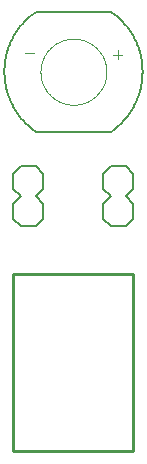
<source format=gbr>
G04 EAGLE Gerber RS-274X export*
G75*
%MOMM*%
%FSLAX34Y34*%
%LPD*%
%INSilkscreen Top*%
%IPPOS*%
%AMOC8*
5,1,8,0,0,1.08239X$1,22.5*%
G01*
%ADD10C,0.254000*%
%ADD11C,0.203200*%
%ADD12C,0.101600*%
%ADD13C,0.152400*%


D10*
X38100Y175260D02*
X38100Y25400D01*
X139700Y25400D01*
X139700Y175260D01*
X38100Y175260D01*
D11*
X114300Y222250D02*
X114300Y234950D01*
X120650Y241300D01*
X133350Y241300D02*
X139700Y234950D01*
X120650Y241300D02*
X114300Y247650D01*
X114300Y260350D01*
X120650Y266700D01*
X133350Y266700D02*
X139700Y260350D01*
X139700Y247650D01*
X133350Y241300D01*
X133350Y215900D02*
X120650Y215900D01*
X114300Y222250D01*
X133350Y215900D02*
X139700Y222250D01*
X139700Y234950D01*
X133350Y266700D02*
X120650Y266700D01*
X63500Y260350D02*
X63500Y247650D01*
X57150Y241300D01*
X44450Y241300D02*
X38100Y247650D01*
X57150Y241300D02*
X63500Y234950D01*
X63500Y222250D01*
X57150Y215900D01*
X44450Y215900D02*
X38100Y222250D01*
X38100Y234950D01*
X44450Y241300D01*
X44450Y266700D02*
X57150Y266700D01*
X63500Y260350D01*
X44450Y266700D02*
X38100Y260350D01*
X38100Y247650D01*
X44450Y215900D02*
X57150Y215900D01*
D12*
X60960Y346900D02*
X60968Y347586D01*
X60994Y348271D01*
X61036Y348955D01*
X61095Y349639D01*
X61170Y350320D01*
X61262Y351000D01*
X61371Y351677D01*
X61497Y352351D01*
X61639Y353022D01*
X61797Y353689D01*
X61972Y354352D01*
X62163Y355011D01*
X62370Y355664D01*
X62593Y356313D01*
X62832Y356955D01*
X63087Y357592D01*
X63357Y358222D01*
X63643Y358846D01*
X63943Y359462D01*
X64259Y360071D01*
X64590Y360672D01*
X64935Y361264D01*
X65295Y361848D01*
X65669Y362423D01*
X66057Y362988D01*
X66458Y363544D01*
X66874Y364090D01*
X67302Y364625D01*
X67744Y365150D01*
X68198Y365663D01*
X68665Y366166D01*
X69143Y366657D01*
X69634Y367135D01*
X70137Y367602D01*
X70650Y368056D01*
X71175Y368498D01*
X71710Y368926D01*
X72256Y369342D01*
X72812Y369743D01*
X73377Y370131D01*
X73952Y370505D01*
X74536Y370865D01*
X75128Y371210D01*
X75729Y371541D01*
X76338Y371857D01*
X76954Y372157D01*
X77578Y372443D01*
X78208Y372713D01*
X78845Y372968D01*
X79487Y373207D01*
X80136Y373430D01*
X80789Y373637D01*
X81448Y373828D01*
X82111Y374003D01*
X82778Y374161D01*
X83449Y374303D01*
X84123Y374429D01*
X84800Y374538D01*
X85480Y374630D01*
X86161Y374705D01*
X86845Y374764D01*
X87529Y374806D01*
X88214Y374832D01*
X88900Y374840D01*
X89586Y374832D01*
X90271Y374806D01*
X90955Y374764D01*
X91639Y374705D01*
X92320Y374630D01*
X93000Y374538D01*
X93677Y374429D01*
X94351Y374303D01*
X95022Y374161D01*
X95689Y374003D01*
X96352Y373828D01*
X97011Y373637D01*
X97664Y373430D01*
X98313Y373207D01*
X98955Y372968D01*
X99592Y372713D01*
X100222Y372443D01*
X100846Y372157D01*
X101462Y371857D01*
X102071Y371541D01*
X102672Y371210D01*
X103264Y370865D01*
X103848Y370505D01*
X104423Y370131D01*
X104988Y369743D01*
X105544Y369342D01*
X106090Y368926D01*
X106625Y368498D01*
X107150Y368056D01*
X107663Y367602D01*
X108166Y367135D01*
X108657Y366657D01*
X109135Y366166D01*
X109602Y365663D01*
X110056Y365150D01*
X110498Y364625D01*
X110926Y364090D01*
X111342Y363544D01*
X111743Y362988D01*
X112131Y362423D01*
X112505Y361848D01*
X112865Y361264D01*
X113210Y360672D01*
X113541Y360071D01*
X113857Y359462D01*
X114157Y358846D01*
X114443Y358222D01*
X114713Y357592D01*
X114968Y356955D01*
X115207Y356313D01*
X115430Y355664D01*
X115637Y355011D01*
X115828Y354352D01*
X116003Y353689D01*
X116161Y353022D01*
X116303Y352351D01*
X116429Y351677D01*
X116538Y351000D01*
X116630Y350320D01*
X116705Y349639D01*
X116764Y348955D01*
X116806Y348271D01*
X116832Y347586D01*
X116840Y346900D01*
X116832Y346214D01*
X116806Y345529D01*
X116764Y344845D01*
X116705Y344161D01*
X116630Y343480D01*
X116538Y342800D01*
X116429Y342123D01*
X116303Y341449D01*
X116161Y340778D01*
X116003Y340111D01*
X115828Y339448D01*
X115637Y338789D01*
X115430Y338136D01*
X115207Y337487D01*
X114968Y336845D01*
X114713Y336208D01*
X114443Y335578D01*
X114157Y334954D01*
X113857Y334338D01*
X113541Y333729D01*
X113210Y333128D01*
X112865Y332536D01*
X112505Y331952D01*
X112131Y331377D01*
X111743Y330812D01*
X111342Y330256D01*
X110926Y329710D01*
X110498Y329175D01*
X110056Y328650D01*
X109602Y328137D01*
X109135Y327634D01*
X108657Y327143D01*
X108166Y326665D01*
X107663Y326198D01*
X107150Y325744D01*
X106625Y325302D01*
X106090Y324874D01*
X105544Y324458D01*
X104988Y324057D01*
X104423Y323669D01*
X103848Y323295D01*
X103264Y322935D01*
X102672Y322590D01*
X102071Y322259D01*
X101462Y321943D01*
X100846Y321643D01*
X100222Y321357D01*
X99592Y321087D01*
X98955Y320832D01*
X98313Y320593D01*
X97664Y320370D01*
X97011Y320163D01*
X96352Y319972D01*
X95689Y319797D01*
X95022Y319639D01*
X94351Y319497D01*
X93677Y319371D01*
X93000Y319262D01*
X92320Y319170D01*
X91639Y319095D01*
X90955Y319036D01*
X90271Y318994D01*
X89586Y318968D01*
X88900Y318960D01*
X88214Y318968D01*
X87529Y318994D01*
X86845Y319036D01*
X86161Y319095D01*
X85480Y319170D01*
X84800Y319262D01*
X84123Y319371D01*
X83449Y319497D01*
X82778Y319639D01*
X82111Y319797D01*
X81448Y319972D01*
X80789Y320163D01*
X80136Y320370D01*
X79487Y320593D01*
X78845Y320832D01*
X78208Y321087D01*
X77578Y321357D01*
X76954Y321643D01*
X76338Y321943D01*
X75729Y322259D01*
X75128Y322590D01*
X74536Y322935D01*
X73952Y323295D01*
X73377Y323669D01*
X72812Y324057D01*
X72256Y324458D01*
X71710Y324874D01*
X71175Y325302D01*
X70650Y325744D01*
X70137Y326198D01*
X69634Y326665D01*
X69143Y327143D01*
X68665Y327634D01*
X68198Y328137D01*
X67744Y328650D01*
X67302Y329175D01*
X66874Y329710D01*
X66458Y330256D01*
X66057Y330812D01*
X65669Y331377D01*
X65295Y331952D01*
X64935Y332536D01*
X64590Y333128D01*
X64259Y333729D01*
X63943Y334338D01*
X63643Y334954D01*
X63357Y335578D01*
X63087Y336208D01*
X62832Y336845D01*
X62593Y337487D01*
X62370Y338136D01*
X62163Y338789D01*
X61972Y339448D01*
X61797Y340111D01*
X61639Y340778D01*
X61497Y341449D01*
X61371Y342123D01*
X61262Y342800D01*
X61170Y343480D01*
X61095Y344161D01*
X61036Y344845D01*
X60994Y345529D01*
X60968Y346214D01*
X60960Y346900D01*
X55867Y362432D02*
X48078Y362432D01*
X122418Y361182D02*
X130207Y361182D01*
X126313Y365076D02*
X126313Y357287D01*
D13*
X120904Y397700D02*
X56896Y397700D01*
X56896Y296100D02*
X120904Y296100D01*
X57150Y296100D02*
X55915Y296972D01*
X54702Y297873D01*
X53511Y298804D01*
X52344Y299764D01*
X51200Y300752D01*
X50081Y301768D01*
X48987Y302812D01*
X47919Y303881D01*
X46878Y304977D01*
X45864Y306097D01*
X44877Y307243D01*
X43919Y308412D01*
X42990Y309604D01*
X42090Y310819D01*
X41221Y312055D01*
X40382Y313312D01*
X39574Y314590D01*
X38797Y315886D01*
X38053Y317202D01*
X37341Y318535D01*
X36662Y319886D01*
X36017Y321252D01*
X35405Y322634D01*
X34827Y324031D01*
X34283Y325442D01*
X33775Y326865D01*
X33301Y328300D01*
X32863Y329747D01*
X32460Y331204D01*
X32093Y332670D01*
X31762Y334145D01*
X31467Y335627D01*
X31209Y337117D01*
X30988Y338612D01*
X30803Y340112D01*
X30655Y341616D01*
X30544Y343124D01*
X30470Y344633D01*
X30433Y346144D01*
X30433Y347656D01*
X30470Y349167D01*
X30544Y350676D01*
X30655Y352184D01*
X30803Y353688D01*
X30988Y355188D01*
X31209Y356683D01*
X31467Y358173D01*
X31762Y359655D01*
X32093Y361130D01*
X32460Y362596D01*
X32863Y364053D01*
X33301Y365500D01*
X33775Y366935D01*
X34283Y368358D01*
X34827Y369769D01*
X35405Y371166D01*
X36017Y372548D01*
X36662Y373914D01*
X37341Y375265D01*
X38053Y376598D01*
X38797Y377914D01*
X39574Y379210D01*
X40382Y380488D01*
X41221Y381745D01*
X42090Y382981D01*
X42990Y384196D01*
X43919Y385388D01*
X44877Y386557D01*
X45864Y387703D01*
X46878Y388823D01*
X47919Y389919D01*
X48987Y390988D01*
X50081Y392032D01*
X51200Y393048D01*
X52344Y394036D01*
X53511Y394996D01*
X54702Y395927D01*
X55915Y396828D01*
X57150Y397700D01*
X120650Y397700D02*
X121885Y396828D01*
X123098Y395927D01*
X124289Y394996D01*
X125456Y394036D01*
X126600Y393048D01*
X127719Y392032D01*
X128813Y390988D01*
X129881Y389919D01*
X130922Y388823D01*
X131936Y387703D01*
X132923Y386557D01*
X133881Y385388D01*
X134810Y384196D01*
X135710Y382981D01*
X136579Y381745D01*
X137418Y380488D01*
X138226Y379210D01*
X139003Y377914D01*
X139747Y376598D01*
X140459Y375265D01*
X141138Y373914D01*
X141783Y372548D01*
X142395Y371166D01*
X142973Y369769D01*
X143517Y368358D01*
X144025Y366935D01*
X144499Y365500D01*
X144937Y364053D01*
X145340Y362596D01*
X145707Y361130D01*
X146038Y359655D01*
X146333Y358173D01*
X146591Y356683D01*
X146812Y355188D01*
X146997Y353688D01*
X147145Y352184D01*
X147256Y350676D01*
X147330Y349167D01*
X147367Y347656D01*
X147367Y346144D01*
X147330Y344633D01*
X147256Y343124D01*
X147145Y341616D01*
X146997Y340112D01*
X146812Y338612D01*
X146591Y337117D01*
X146333Y335627D01*
X146038Y334145D01*
X145707Y332670D01*
X145340Y331204D01*
X144937Y329747D01*
X144499Y328300D01*
X144025Y326865D01*
X143517Y325442D01*
X142973Y324031D01*
X142395Y322634D01*
X141783Y321252D01*
X141138Y319886D01*
X140459Y318535D01*
X139747Y317202D01*
X139003Y315886D01*
X138226Y314590D01*
X137418Y313312D01*
X136579Y312055D01*
X135710Y310819D01*
X134810Y309604D01*
X133881Y308412D01*
X132923Y307243D01*
X131936Y306097D01*
X130922Y304977D01*
X129881Y303881D01*
X128813Y302812D01*
X127719Y301768D01*
X126600Y300752D01*
X125456Y299764D01*
X124289Y298804D01*
X123098Y297873D01*
X121885Y296972D01*
X120650Y296100D01*
M02*

</source>
